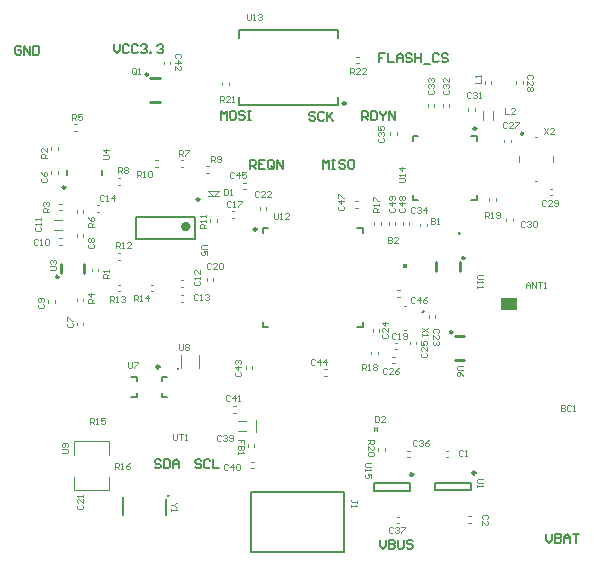
<source format=gto>
%FSLAX24Y24*%
%MOIN*%
G70*
G01*
G75*
G04 Layer_Color=65535*
%ADD10C,0.0100*%
%ADD11C,0.0197*%
%ADD12C,0.0197*%
%ADD13C,0.0394*%
%ADD14R,0.0453X0.0551*%
%ADD15R,0.0374X0.0335*%
%ADD16R,0.0217X0.0512*%
%ADD17R,0.1417X0.1417*%
%ADD18O,0.0295X0.0079*%
%ADD19O,0.0079X0.0295*%
%ADD20O,0.0315X0.0157*%
%ADD21R,0.2362X0.1890*%
%ADD22R,0.2598X0.2598*%
%ADD23O,0.0079X0.0315*%
%ADD24O,0.0315X0.0079*%
%ADD25R,0.0157X0.0335*%
%ADD26R,0.0118X0.0193*%
%ADD27R,0.0118X0.0209*%
%ADD28O,0.0098X0.0276*%
%ADD29O,0.0276X0.0098*%
%ADD30R,0.0335X0.0157*%
%ADD31O,0.0217X0.0866*%
%ADD32O,0.0177X0.0532*%
%ADD33R,0.0217X0.0394*%
%ADD34R,0.0157X0.0236*%
%ADD35R,0.0236X0.0157*%
%ADD36R,0.0354X0.0276*%
%ADD37R,0.0354X0.0197*%
%ADD38R,0.0630X0.0551*%
%ADD39R,0.0748X0.0630*%
%ADD40R,0.0157X0.0532*%
%ADD41R,0.0197X0.0354*%
%ADD42R,0.1339X0.0591*%
%ADD43R,0.1378X0.0394*%
%ADD44R,0.0138X0.0394*%
%ADD45R,0.0217X0.0098*%
%ADD46R,0.1024X0.0591*%
%ADD47R,0.0197X0.0315*%
G04:AMPARAMS|DCode=48|XSize=63mil|YSize=98.4mil|CornerRadius=15.7mil|HoleSize=0mil|Usage=FLASHONLY|Rotation=270.000|XOffset=0mil|YOffset=0mil|HoleType=Round|Shape=RoundedRectangle|*
%AMROUNDEDRECTD48*
21,1,0.0630,0.0669,0,0,270.0*
21,1,0.0315,0.0984,0,0,270.0*
1,1,0.0315,-0.0335,-0.0157*
1,1,0.0315,-0.0335,0.0157*
1,1,0.0315,0.0335,0.0157*
1,1,0.0315,0.0335,-0.0157*
%
%ADD48ROUNDEDRECTD48*%
G04:AMPARAMS|DCode=49|XSize=33.5mil|YSize=17.7mil|CornerRadius=4.4mil|HoleSize=0mil|Usage=FLASHONLY|Rotation=270.000|XOffset=0mil|YOffset=0mil|HoleType=Round|Shape=RoundedRectangle|*
%AMROUNDEDRECTD49*
21,1,0.0335,0.0089,0,0,270.0*
21,1,0.0246,0.0177,0,0,270.0*
1,1,0.0089,-0.0044,-0.0123*
1,1,0.0089,-0.0044,0.0123*
1,1,0.0089,0.0044,0.0123*
1,1,0.0089,0.0044,-0.0123*
%
%ADD49ROUNDEDRECTD49*%
%ADD50C,0.0200*%
%ADD51C,0.0150*%
%ADD52C,0.0661*%
%ADD53C,0.0591*%
%ADD54C,0.0591*%
%ADD55C,0.1260*%
%ADD56C,0.0630*%
%ADD57C,0.0270*%
%ADD58C,0.0340*%
%ADD59C,0.0290*%
%ADD60C,0.0300*%
%ADD61R,0.0276X0.0354*%
%ADD62O,0.0315X0.0098*%
%ADD63O,0.0098X0.0315*%
%ADD64R,0.1299X0.1299*%
%ADD65R,0.0591X0.0236*%
%ADD66C,0.0098*%
%ADD67C,0.0157*%
%ADD68C,0.0039*%
%ADD69C,0.0079*%
%ADD70C,0.0047*%
%ADD71C,0.0050*%
%ADD72C,0.0040*%
%ADD73C,0.0060*%
%ADD74R,0.0148X0.0177*%
%ADD75R,0.0551X0.0433*%
D10*
X55959Y28746D02*
G03*
X55959Y28746I-31J0D01*
G01*
X52642Y22817D02*
G03*
X52642Y22817I-22J0D01*
G01*
X54009Y24600D02*
G03*
X54009Y24600I-39J0D01*
G01*
X44466Y20904D02*
G03*
X44466Y20904I-10J0D01*
G01*
X53610Y22122D02*
G03*
X53610Y22122I-39J0D01*
G01*
X40478Y23974D02*
G03*
X40478Y23974I-39J0D01*
G01*
X43464Y30712D02*
G03*
X43464Y30712I-39J0D01*
G01*
X53836Y25426D02*
G03*
X53836Y25426I-14J0D01*
G01*
X44136Y16674D02*
G03*
X44136Y16674I-14J0D01*
G01*
X53065Y24167D02*
Y24481D01*
X53852Y24167D02*
Y24481D01*
X53689Y21216D02*
X54003D01*
X53689Y22004D02*
X54003D01*
X41344Y24093D02*
Y24407D01*
X40556Y24093D02*
Y24407D01*
X43543Y30594D02*
X43857D01*
X43543Y29806D02*
X43857D01*
D66*
X52299Y17383D02*
G03*
X52299Y17383I-49J0D01*
G01*
X54403Y28919D02*
G03*
X54403Y28919I-49J0D01*
G01*
X50050Y29749D02*
G03*
X50050Y29749I-49J0D01*
G01*
X47080Y25554D02*
G03*
X47080Y25554I-49J0D01*
G01*
X43844Y20969D02*
G03*
X43844Y20969I-49J0D01*
G01*
X45174Y26555D02*
G03*
X45174Y26555I-49J0D01*
G01*
X40710Y26958D02*
G03*
X40710Y26958I-49J0D01*
G01*
X54378Y17442D02*
G03*
X54378Y17442I-49J0D01*
G01*
D67*
X44798Y25649D02*
G03*
X44798Y25649I-79J0D01*
G01*
D68*
X56370Y28638D02*
X56430D01*
X55829Y27802D02*
Y27998D01*
X56971Y27802D02*
Y27998D01*
X56370Y27162D02*
X56430D01*
X51981Y23013D02*
X52059D01*
X51981Y22187D02*
X52059D01*
X50411Y31308D02*
X50489D01*
X50411Y31092D02*
X50489D01*
X46158Y30361D02*
Y30439D01*
X45942Y30361D02*
Y30439D01*
X51142Y18181D02*
Y18259D01*
X51358Y18181D02*
Y18259D01*
X54842Y26511D02*
Y26589D01*
X55058Y26511D02*
Y26589D01*
X50902Y21391D02*
Y21469D01*
X51118Y21391D02*
Y21469D01*
X51218Y25711D02*
Y25789D01*
X51002Y25711D02*
Y25789D01*
X43561Y23492D02*
X43639D01*
X43561Y23708D02*
X43639D01*
X42461D02*
X42539D01*
X42461Y23492D02*
X42539D01*
X42461Y24542D02*
X42539D01*
X42461Y24758D02*
X42539D01*
X45542Y25811D02*
Y25889D01*
X45758Y25811D02*
Y25889D01*
X43711Y27858D02*
X43789D01*
X43711Y27642D02*
X43789D01*
X45411Y27442D02*
X45489D01*
X45411Y27658D02*
X45489D01*
X42461Y27042D02*
X42539D01*
X42461Y27258D02*
X42539D01*
X44561Y27642D02*
X44639D01*
X44561Y27858D02*
X44639D01*
X41308Y26111D02*
Y26189D01*
X41092Y26111D02*
Y26189D01*
X41011Y29058D02*
X41089D01*
X41011Y28842D02*
X41089D01*
X41308Y23161D02*
Y23239D01*
X41092Y23161D02*
Y23239D01*
X40511Y26192D02*
X40589D01*
X40511Y26408D02*
X40589D01*
X40458Y28211D02*
Y28289D01*
X40242Y28211D02*
Y28289D01*
X41808Y24161D02*
Y24239D01*
X41592Y24161D02*
Y24239D01*
X54967Y29212D02*
Y29488D01*
X54623Y29212D02*
Y29488D01*
X54692Y30411D02*
Y30489D01*
X54908Y30411D02*
Y30489D01*
X46792Y18311D02*
Y18389D01*
X47008Y18311D02*
Y18389D01*
X51011Y18831D02*
Y18969D01*
Y18831D02*
X51080Y18900D01*
X51011Y18969D02*
X51080Y18900D01*
X51109Y18831D02*
Y18969D01*
X45650Y26671D02*
X45817Y26839D01*
X45473D02*
X45817D01*
X45473D02*
X45640Y26671D01*
X45473D02*
X45817D01*
X43992Y31061D02*
Y31139D01*
X44208Y31061D02*
Y31139D01*
X46311Y19658D02*
X46389D01*
X46311Y19442D02*
X46389D01*
X46911Y17808D02*
X46989D01*
X46911Y17592D02*
X46989D01*
X47050Y18800D02*
Y19200D01*
X46462Y18833D02*
X46738D01*
X46462Y19177D02*
X46738D01*
X51761Y15978D02*
X51839D01*
X51761Y15762D02*
X51839D01*
X52111Y17962D02*
X52189D01*
X52111Y18178D02*
X52189D01*
X51748Y28711D02*
Y28789D01*
X51532Y28711D02*
Y28789D01*
X52542Y25661D02*
Y25739D01*
X52758Y25661D02*
Y25739D01*
X52998Y29641D02*
Y29719D01*
X52782Y29641D02*
Y29719D01*
X53498Y29641D02*
Y29719D01*
X53282Y29641D02*
Y29719D01*
X54358Y29511D02*
Y29589D01*
X54142Y29511D02*
Y29589D01*
X55402Y25821D02*
Y25899D01*
X55618Y25821D02*
Y25899D01*
X56861Y26908D02*
X56939D01*
X56861Y26692D02*
X56939D01*
X55742Y30411D02*
Y30489D01*
X55958Y30411D02*
Y30489D01*
X55558Y28461D02*
Y28539D01*
X55342Y28461D02*
Y28539D01*
X51601Y21092D02*
X51679D01*
X51601Y21308D02*
X51679D01*
X52408Y21721D02*
Y21799D01*
X52192Y21721D02*
Y21799D01*
X50952Y22151D02*
Y22229D01*
X51168Y22151D02*
Y22229D01*
X52812Y22610D02*
Y22689D01*
X53028Y22610D02*
Y22689D01*
X47408Y26211D02*
Y26289D01*
X47192Y26211D02*
Y26289D01*
X46261Y25942D02*
X46339D01*
X46261Y26158D02*
X46339D01*
X41761Y26142D02*
X41839D01*
X41761Y26358D02*
X41839D01*
X44561Y23358D02*
X44639D01*
X44561Y23142D02*
X44639D01*
X44561Y23858D02*
X44639D01*
X44561Y23642D02*
X44639D01*
X40312Y25533D02*
X40588D01*
X40312Y25877D02*
X40588D01*
X40511Y25258D02*
X40589D01*
X40511Y25042D02*
X40589D01*
X40142Y23111D02*
Y23189D01*
X40358Y23111D02*
Y23189D01*
X41308Y25311D02*
Y25389D01*
X41092Y25311D02*
Y25389D01*
X41308Y22361D02*
Y22439D01*
X41092Y22361D02*
Y22439D01*
X40458Y27411D02*
Y27489D01*
X40242Y27411D02*
Y27489D01*
X54141Y15782D02*
X54219D01*
X54141Y15998D02*
X54219D01*
X53391Y17962D02*
X53469D01*
X53391Y18178D02*
X53469D01*
X42177Y16873D02*
Y17316D01*
X40996Y16873D02*
Y17316D01*
Y18044D02*
Y18487D01*
X42177Y18044D02*
Y18487D01*
X40996Y16873D02*
X42177D01*
X40996Y18487D02*
X42177D01*
X51482Y25711D02*
Y25789D01*
X51698Y25711D02*
Y25789D01*
X51962Y25711D02*
Y25789D01*
X52178Y25711D02*
Y25789D01*
X51691Y21778D02*
X51769D01*
X51691Y21562D02*
X51769D01*
X45422Y23841D02*
Y23919D01*
X45638Y23841D02*
Y23919D01*
X46928Y20908D02*
Y20987D01*
X46712Y20908D02*
Y20987D01*
X49341Y20682D02*
X49419D01*
X49341Y20898D02*
X49419D01*
X46641Y26892D02*
X46719D01*
X46641Y27108D02*
X46719D01*
X51771Y23518D02*
X51849D01*
X51771Y23302D02*
X51849D01*
X50367Y26488D02*
X50446D01*
X50367Y26272D02*
X50446D01*
D69*
X52210Y16832D02*
Y17108D01*
X50990Y16832D02*
Y17108D01*
X52210D01*
X50990Y16832D02*
X52210D01*
X52287Y28486D02*
Y28663D01*
X52464D01*
X52287Y26537D02*
Y26714D01*
Y26537D02*
X52464D01*
X54236D02*
X54413D01*
Y26714D01*
Y28486D02*
Y28663D01*
X54236D02*
X54413D01*
X46496Y29690D02*
X48164D01*
X46496D02*
Y29964D01*
Y31936D02*
Y32210D01*
X48164D01*
X48136D02*
X49804D01*
Y31936D02*
Y32210D01*
X48136Y29690D02*
X49804D01*
Y29964D01*
X47287Y22287D02*
X47474D01*
X47287D02*
Y22474D01*
X50426Y22287D02*
X50613D01*
Y22474D01*
Y25426D02*
Y25613D01*
X50426D02*
X50613D01*
X47287D02*
X47474D01*
X47287Y25426D02*
Y25613D01*
X43913Y20635D02*
X44100D01*
X43913Y20507D02*
Y20635D01*
Y19965D02*
Y20093D01*
Y19965D02*
X44100D01*
X42900D02*
X43087D01*
Y20093D01*
Y20507D02*
Y20635D01*
X42900D02*
X43087D01*
X43066Y25964D02*
X45034D01*
X43066Y25236D02*
X45034D01*
Y25964D01*
X43066Y25236D02*
Y25964D01*
X40759Y27381D02*
Y27519D01*
X41941Y27381D02*
Y27519D01*
X54221Y16852D02*
Y17088D01*
X53039Y16852D02*
Y17088D01*
X54221D01*
X53039Y16852D02*
X54221D01*
D70*
X45155Y20924D02*
Y21376D01*
X44545Y20924D02*
Y21376D01*
D71*
X46885Y14809D02*
X49995D01*
Y16797D01*
X46885Y14809D02*
Y16787D01*
X46895Y16797D02*
X49995D01*
X46885Y16787D02*
X46895Y16797D01*
X42642Y16035D02*
Y16625D01*
X44078Y16035D02*
Y16576D01*
D72*
X44300Y18750D02*
Y18583D01*
X44333Y18550D01*
X44400D01*
X44433Y18583D01*
Y18750D01*
X44500D02*
X44633D01*
X44567D01*
Y18550D01*
X44700D02*
X44767D01*
X44733D01*
Y18750D01*
X44700Y18717D01*
X56054Y23590D02*
Y23723D01*
X56120Y23790D01*
X56187Y23723D01*
Y23590D01*
Y23690D01*
X56054D01*
X56254Y23590D02*
Y23790D01*
X56387Y23590D01*
Y23790D01*
X56454D02*
X56587D01*
X56520D01*
Y23590D01*
X56654D02*
X56720D01*
X56687D01*
Y23790D01*
X56654Y23757D01*
X52910Y25940D02*
Y25740D01*
X53010D01*
X53043Y25773D01*
Y25807D01*
X53010Y25840D01*
X52910D01*
X53010D01*
X53043Y25873D01*
Y25907D01*
X53010Y25940D01*
X52910D01*
X53110Y25740D02*
X53177D01*
X53143D01*
Y25940D01*
X53110Y25907D01*
X53963Y18157D02*
X53930Y18190D01*
X53863D01*
X53830Y18157D01*
Y18023D01*
X53863Y17990D01*
X53930D01*
X53963Y18023D01*
X54030Y17990D02*
X54097D01*
X54063D01*
Y18190D01*
X54030Y18157D01*
X54757Y15907D02*
X54790Y15940D01*
Y16007D01*
X54757Y16040D01*
X54623D01*
X54590Y16007D01*
Y15940D01*
X54623Y15907D01*
X54590Y15707D02*
Y15840D01*
X54723Y15707D01*
X54757D01*
X54790Y15740D01*
Y15807D01*
X54757Y15840D01*
X39933Y27283D02*
X39900Y27250D01*
Y27183D01*
X39933Y27150D01*
X40067D01*
X40100Y27183D01*
Y27250D01*
X40067Y27283D01*
X39900Y27483D02*
X39933Y27417D01*
X40000Y27350D01*
X40067D01*
X40100Y27383D01*
Y27450D01*
X40067Y27483D01*
X40033D01*
X40000Y27450D01*
Y27350D01*
X40783Y22433D02*
X40750Y22400D01*
Y22333D01*
X40783Y22300D01*
X40917D01*
X40950Y22333D01*
Y22400D01*
X40917Y22433D01*
X40750Y22500D02*
Y22633D01*
X40783D01*
X40917Y22500D01*
X40950D01*
X41483Y25083D02*
X41450Y25050D01*
Y24983D01*
X41483Y24950D01*
X41617D01*
X41650Y24983D01*
Y25050D01*
X41617Y25083D01*
X41483Y25150D02*
X41450Y25183D01*
Y25250D01*
X41483Y25283D01*
X41517D01*
X41550Y25250D01*
X41583Y25283D01*
X41617D01*
X41650Y25250D01*
Y25183D01*
X41617Y25150D01*
X41583D01*
X41550Y25183D01*
X41517Y25150D01*
X41483D01*
X41550Y25183D02*
Y25250D01*
X39833Y23083D02*
X39800Y23050D01*
Y22983D01*
X39833Y22950D01*
X39967D01*
X40000Y22983D01*
Y23050D01*
X39967Y23083D01*
Y23150D02*
X40000Y23183D01*
Y23250D01*
X39967Y23283D01*
X39833D01*
X39800Y23250D01*
Y23183D01*
X39833Y23150D01*
X39867D01*
X39900Y23183D01*
Y23283D01*
X39783Y25217D02*
X39750Y25250D01*
X39683D01*
X39650Y25217D01*
Y25083D01*
X39683Y25050D01*
X39750D01*
X39783Y25083D01*
X39850Y25050D02*
X39917D01*
X39883D01*
Y25250D01*
X39850Y25217D01*
X40017D02*
X40050Y25250D01*
X40117D01*
X40150Y25217D01*
Y25083D01*
X40117Y25050D01*
X40050D01*
X40017Y25083D01*
Y25217D01*
X39733Y25633D02*
X39700Y25600D01*
Y25533D01*
X39733Y25500D01*
X39867D01*
X39900Y25533D01*
Y25600D01*
X39867Y25633D01*
X39900Y25700D02*
Y25767D01*
Y25733D01*
X39700D01*
X39733Y25700D01*
X39900Y25867D02*
Y25933D01*
Y25900D01*
X39700D01*
X39733Y25867D01*
X45023Y23833D02*
X44990Y23800D01*
Y23733D01*
X45023Y23700D01*
X45157D01*
X45190Y23733D01*
Y23800D01*
X45157Y23833D01*
X45190Y23900D02*
Y23967D01*
Y23933D01*
X44990D01*
X45023Y23900D01*
X45190Y24200D02*
Y24067D01*
X45057Y24200D01*
X45023D01*
X44990Y24167D01*
Y24100D01*
X45023Y24067D01*
X45133Y23377D02*
X45100Y23410D01*
X45033D01*
X45000Y23377D01*
Y23243D01*
X45033Y23210D01*
X45100D01*
X45133Y23243D01*
X45200Y23210D02*
X45267D01*
X45233D01*
Y23410D01*
X45200Y23377D01*
X45367D02*
X45400Y23410D01*
X45467D01*
X45500Y23377D01*
Y23343D01*
X45467Y23310D01*
X45433D01*
X45467D01*
X45500Y23277D01*
Y23243D01*
X45467Y23210D01*
X45400D01*
X45367Y23243D01*
X41983Y26667D02*
X41950Y26700D01*
X41883D01*
X41850Y26667D01*
Y26533D01*
X41883Y26500D01*
X41950D01*
X41983Y26533D01*
X42050Y26500D02*
X42117D01*
X42083D01*
Y26700D01*
X42050Y26667D01*
X42317Y26500D02*
Y26700D01*
X42217Y26600D01*
X42350D01*
X46233Y26467D02*
X46200Y26500D01*
X46133D01*
X46100Y26467D01*
Y26333D01*
X46133Y26300D01*
X46200D01*
X46233Y26333D01*
X46300Y26300D02*
X46367D01*
X46333D01*
Y26500D01*
X46300Y26467D01*
X46467Y26500D02*
X46600D01*
Y26467D01*
X46467Y26333D01*
Y26300D01*
X41130Y16383D02*
X41096Y16350D01*
Y16283D01*
X41130Y16250D01*
X41263D01*
X41296Y16283D01*
Y16350D01*
X41263Y16383D01*
X41296Y16583D02*
Y16450D01*
X41163Y16583D01*
X41130D01*
X41096Y16550D01*
Y16483D01*
X41130Y16450D01*
X41296Y16650D02*
Y16717D01*
Y16683D01*
X41096D01*
X41130Y16650D01*
X47163Y26797D02*
X47130Y26830D01*
X47063D01*
X47030Y26797D01*
Y26663D01*
X47063Y26630D01*
X47130D01*
X47163Y26663D01*
X47363Y26630D02*
X47230D01*
X47363Y26763D01*
Y26797D01*
X47330Y26830D01*
X47263D01*
X47230Y26797D01*
X47563Y26630D02*
X47430D01*
X47563Y26763D01*
Y26797D01*
X47530Y26830D01*
X47463D01*
X47430Y26797D01*
X53127Y22117D02*
X53160Y22150D01*
Y22217D01*
X53127Y22250D01*
X52993D01*
X52960Y22217D01*
Y22150D01*
X52993Y22117D01*
X52960Y21917D02*
Y22050D01*
X53093Y21917D01*
X53127D01*
X53160Y21950D01*
Y22017D01*
X53127Y22050D01*
Y21850D02*
X53160Y21817D01*
Y21750D01*
X53127Y21717D01*
X53093D01*
X53060Y21750D01*
Y21783D01*
Y21750D01*
X53027Y21717D01*
X52993D01*
X52960Y21750D01*
Y21817D01*
X52993Y21850D01*
X51303Y22073D02*
X51270Y22040D01*
Y21973D01*
X51303Y21940D01*
X51437D01*
X51470Y21973D01*
Y22040D01*
X51437Y22073D01*
X51470Y22273D02*
Y22140D01*
X51337Y22273D01*
X51303D01*
X51270Y22240D01*
Y22173D01*
X51303Y22140D01*
X51470Y22440D02*
X51270D01*
X51370Y22340D01*
Y22473D01*
X52583Y21433D02*
X52550Y21400D01*
Y21333D01*
X52583Y21300D01*
X52717D01*
X52750Y21333D01*
Y21400D01*
X52717Y21433D01*
X52750Y21633D02*
Y21500D01*
X52617Y21633D01*
X52583D01*
X52550Y21600D01*
Y21533D01*
X52583Y21500D01*
X52550Y21833D02*
Y21700D01*
X52650D01*
X52617Y21767D01*
Y21800D01*
X52650Y21833D01*
X52717D01*
X52750Y21800D01*
Y21733D01*
X52717Y21700D01*
X51433Y20917D02*
X51400Y20950D01*
X51333D01*
X51300Y20917D01*
Y20783D01*
X51333Y20750D01*
X51400D01*
X51433Y20783D01*
X51633Y20750D02*
X51500D01*
X51633Y20883D01*
Y20917D01*
X51600Y20950D01*
X51533D01*
X51500Y20917D01*
X51833Y20950D02*
X51767Y20917D01*
X51700Y20850D01*
Y20783D01*
X51733Y20750D01*
X51800D01*
X51833Y20783D01*
Y20817D01*
X51800Y20850D01*
X51700D01*
X55433Y29117D02*
X55400Y29150D01*
X55333D01*
X55300Y29117D01*
Y28983D01*
X55333Y28950D01*
X55400D01*
X55433Y28983D01*
X55633Y28950D02*
X55500D01*
X55633Y29083D01*
Y29117D01*
X55600Y29150D01*
X55533D01*
X55500Y29117D01*
X55700Y29150D02*
X55833D01*
Y29117D01*
X55700Y28983D01*
Y28950D01*
X56267Y30567D02*
X56300Y30600D01*
Y30667D01*
X56267Y30700D01*
X56133D01*
X56100Y30667D01*
Y30600D01*
X56133Y30567D01*
X56100Y30367D02*
Y30500D01*
X56233Y30367D01*
X56267D01*
X56300Y30400D01*
Y30467D01*
X56267Y30500D01*
Y30300D02*
X56300Y30267D01*
Y30200D01*
X56267Y30167D01*
X56233D01*
X56200Y30200D01*
X56167Y30167D01*
X56133D01*
X56100Y30200D01*
Y30267D01*
X56133Y30300D01*
X56167D01*
X56200Y30267D01*
X56233Y30300D01*
X56267D01*
X56200Y30267D02*
Y30200D01*
X56733Y26507D02*
X56700Y26540D01*
X56633D01*
X56600Y26507D01*
Y26373D01*
X56633Y26340D01*
X56700D01*
X56733Y26373D01*
X56933Y26340D02*
X56800D01*
X56933Y26473D01*
Y26507D01*
X56900Y26540D01*
X56833D01*
X56800Y26507D01*
X57000Y26373D02*
X57033Y26340D01*
X57100D01*
X57133Y26373D01*
Y26507D01*
X57100Y26540D01*
X57033D01*
X57000Y26507D01*
Y26473D01*
X57033Y26440D01*
X57133D01*
X56023Y25797D02*
X55990Y25830D01*
X55923D01*
X55890Y25797D01*
Y25663D01*
X55923Y25630D01*
X55990D01*
X56023Y25663D01*
X56090Y25797D02*
X56123Y25830D01*
X56190D01*
X56223Y25797D01*
Y25763D01*
X56190Y25730D01*
X56157D01*
X56190D01*
X56223Y25697D01*
Y25663D01*
X56190Y25630D01*
X56123D01*
X56090Y25663D01*
X56290Y25797D02*
X56323Y25830D01*
X56390D01*
X56423Y25797D01*
Y25663D01*
X56390Y25630D01*
X56323D01*
X56290Y25663D01*
Y25797D01*
X54233Y30117D02*
X54200Y30150D01*
X54133D01*
X54100Y30117D01*
Y29983D01*
X54133Y29950D01*
X54200D01*
X54233Y29983D01*
X54300Y30117D02*
X54333Y30150D01*
X54400D01*
X54433Y30117D01*
Y30083D01*
X54400Y30050D01*
X54367D01*
X54400D01*
X54433Y30017D01*
Y29983D01*
X54400Y29950D01*
X54333D01*
X54300Y29983D01*
X54500Y29950D02*
X54567D01*
X54533D01*
Y30150D01*
X54500Y30117D01*
X53323Y30213D02*
X53290Y30180D01*
Y30113D01*
X53323Y30080D01*
X53457D01*
X53490Y30113D01*
Y30180D01*
X53457Y30213D01*
X53323Y30280D02*
X53290Y30313D01*
Y30380D01*
X53323Y30413D01*
X53357D01*
X53390Y30380D01*
Y30347D01*
Y30380D01*
X53423Y30413D01*
X53457D01*
X53490Y30380D01*
Y30313D01*
X53457Y30280D01*
X53490Y30613D02*
Y30480D01*
X53357Y30613D01*
X53323D01*
X53290Y30580D01*
Y30513D01*
X53323Y30480D01*
X52823Y30213D02*
X52790Y30180D01*
Y30113D01*
X52823Y30080D01*
X52957D01*
X52990Y30113D01*
Y30180D01*
X52957Y30213D01*
X52823Y30280D02*
X52790Y30313D01*
Y30380D01*
X52823Y30413D01*
X52857D01*
X52890Y30380D01*
Y30347D01*
Y30380D01*
X52923Y30413D01*
X52957D01*
X52990Y30380D01*
Y30313D01*
X52957Y30280D01*
X52823Y30480D02*
X52790Y30513D01*
Y30580D01*
X52823Y30613D01*
X52857D01*
X52890Y30580D01*
Y30547D01*
Y30580D01*
X52923Y30613D01*
X52957D01*
X52990Y30580D01*
Y30513D01*
X52957Y30480D01*
X52373Y26277D02*
X52340Y26310D01*
X52273D01*
X52240Y26277D01*
Y26143D01*
X52273Y26110D01*
X52340D01*
X52373Y26143D01*
X52440Y26277D02*
X52473Y26310D01*
X52540D01*
X52573Y26277D01*
Y26243D01*
X52540Y26210D01*
X52507D01*
X52540D01*
X52573Y26177D01*
Y26143D01*
X52540Y26110D01*
X52473D01*
X52440Y26143D01*
X52740Y26110D02*
Y26310D01*
X52640Y26210D01*
X52773D01*
X51173Y28613D02*
X51140Y28580D01*
Y28513D01*
X51173Y28480D01*
X51307D01*
X51340Y28513D01*
Y28580D01*
X51307Y28613D01*
X51173Y28680D02*
X51140Y28713D01*
Y28780D01*
X51173Y28813D01*
X51207D01*
X51240Y28780D01*
Y28747D01*
Y28780D01*
X51273Y28813D01*
X51307D01*
X51340Y28780D01*
Y28713D01*
X51307Y28680D01*
X51140Y29013D02*
Y28880D01*
X51240D01*
X51207Y28947D01*
Y28980D01*
X51240Y29013D01*
X51307D01*
X51340Y28980D01*
Y28913D01*
X51307Y28880D01*
X52423Y18497D02*
X52390Y18530D01*
X52323D01*
X52290Y18497D01*
Y18363D01*
X52323Y18330D01*
X52390D01*
X52423Y18363D01*
X52490Y18497D02*
X52523Y18530D01*
X52590D01*
X52623Y18497D01*
Y18463D01*
X52590Y18430D01*
X52557D01*
X52590D01*
X52623Y18397D01*
Y18363D01*
X52590Y18330D01*
X52523D01*
X52490Y18363D01*
X52823Y18530D02*
X52757Y18497D01*
X52690Y18430D01*
Y18363D01*
X52723Y18330D01*
X52790D01*
X52823Y18363D01*
Y18397D01*
X52790Y18430D01*
X52690D01*
X51643Y15587D02*
X51610Y15620D01*
X51543D01*
X51510Y15587D01*
Y15453D01*
X51543Y15420D01*
X51610D01*
X51643Y15453D01*
X51710Y15587D02*
X51743Y15620D01*
X51810D01*
X51843Y15587D01*
Y15553D01*
X51810Y15520D01*
X51777D01*
X51810D01*
X51843Y15487D01*
Y15453D01*
X51810Y15420D01*
X51743D01*
X51710Y15453D01*
X51910Y15620D02*
X52043D01*
Y15587D01*
X51910Y15453D01*
Y15420D01*
X45903Y18677D02*
X45870Y18710D01*
X45803D01*
X45770Y18677D01*
Y18543D01*
X45803Y18510D01*
X45870D01*
X45903Y18543D01*
X45970Y18677D02*
X46003Y18710D01*
X46070D01*
X46103Y18677D01*
Y18643D01*
X46070Y18610D01*
X46037D01*
X46070D01*
X46103Y18577D01*
Y18543D01*
X46070Y18510D01*
X46003D01*
X45970Y18543D01*
X46170D02*
X46203Y18510D01*
X46270D01*
X46303Y18543D01*
Y18677D01*
X46270Y18710D01*
X46203D01*
X46170Y18677D01*
Y18643D01*
X46203Y18610D01*
X46303D01*
X46133Y17717D02*
X46100Y17750D01*
X46033D01*
X46000Y17717D01*
Y17583D01*
X46033Y17550D01*
X46100D01*
X46133Y17583D01*
X46300Y17550D02*
Y17750D01*
X46200Y17650D01*
X46333D01*
X46400Y17717D02*
X46433Y17750D01*
X46500D01*
X46533Y17717D01*
Y17583D01*
X46500Y17550D01*
X46433D01*
X46400Y17583D01*
Y17717D01*
X46193Y19997D02*
X46160Y20030D01*
X46093D01*
X46060Y19997D01*
Y19863D01*
X46093Y19830D01*
X46160D01*
X46193Y19863D01*
X46360Y19830D02*
Y20030D01*
X46260Y19930D01*
X46393D01*
X46460Y19830D02*
X46527D01*
X46493D01*
Y20030D01*
X46460Y19997D01*
X46000Y26900D02*
Y26700D01*
X46100D01*
X46133Y26733D01*
Y26867D01*
X46100Y26900D01*
X46000D01*
X46200Y26700D02*
X46267D01*
X46233D01*
Y26900D01*
X46200Y26867D01*
X51020Y19340D02*
Y19140D01*
X51120D01*
X51153Y19173D01*
Y19307D01*
X51120Y19340D01*
X51020D01*
X51353Y19140D02*
X51220D01*
X51353Y19273D01*
Y19307D01*
X51320Y19340D01*
X51253D01*
X51220Y19307D01*
X46650Y18417D02*
Y18550D01*
X46550D01*
Y18483D01*
Y18550D01*
X46450D01*
X46650Y18350D02*
X46450D01*
Y18250D01*
X46483Y18217D01*
X46517D01*
X46550Y18250D01*
Y18350D01*
Y18250D01*
X46583Y18217D01*
X46617D01*
X46650Y18250D01*
Y18350D01*
X46450Y18150D02*
Y18083D01*
Y18117D01*
X46650D01*
X46617Y18150D01*
X50440Y16447D02*
Y16513D01*
Y16480D01*
X50273D01*
X50240Y16513D01*
Y16547D01*
X50273Y16580D01*
X50240Y16380D02*
Y16313D01*
Y16347D01*
X50440D01*
X50407Y16380D01*
X54350Y30450D02*
X54550D01*
Y30583D01*
Y30650D02*
Y30717D01*
Y30683D01*
X54350D01*
X54383Y30650D01*
X55350Y29600D02*
Y29400D01*
X55483D01*
X55683D02*
X55550D01*
X55683Y29533D01*
Y29567D01*
X55650Y29600D01*
X55583D01*
X55550Y29567D01*
X42150Y23950D02*
X41950D01*
Y24050D01*
X41983Y24083D01*
X42050D01*
X42083Y24050D01*
Y23950D01*
Y24017D02*
X42150Y24083D01*
Y24150D02*
Y24217D01*
Y24183D01*
X41950D01*
X41983Y24150D01*
X40100Y27950D02*
X39900D01*
Y28050D01*
X39933Y28083D01*
X40000D01*
X40033Y28050D01*
Y27950D01*
Y28017D02*
X40100Y28083D01*
Y28283D02*
Y28150D01*
X39967Y28283D01*
X39933D01*
X39900Y28250D01*
Y28183D01*
X39933Y28150D01*
X40150Y26150D02*
X39950D01*
Y26250D01*
X39983Y26283D01*
X40050D01*
X40083Y26250D01*
Y26150D01*
Y26217D02*
X40150Y26283D01*
X39983Y26350D02*
X39950Y26383D01*
Y26450D01*
X39983Y26483D01*
X40017D01*
X40050Y26450D01*
Y26417D01*
Y26450D01*
X40083Y26483D01*
X40117D01*
X40150Y26450D01*
Y26383D01*
X40117Y26350D01*
X41650Y23100D02*
X41450D01*
Y23200D01*
X41483Y23233D01*
X41550D01*
X41583Y23200D01*
Y23100D01*
Y23167D02*
X41650Y23233D01*
Y23400D02*
X41450D01*
X41550Y23300D01*
Y23433D01*
X40930Y29210D02*
Y29410D01*
X41030D01*
X41063Y29377D01*
Y29310D01*
X41030Y29277D01*
X40930D01*
X40997D02*
X41063Y29210D01*
X41263Y29410D02*
X41130D01*
Y29310D01*
X41197Y29343D01*
X41230D01*
X41263Y29310D01*
Y29243D01*
X41230Y29210D01*
X41163D01*
X41130Y29243D01*
X41650Y25650D02*
X41450D01*
Y25750D01*
X41483Y25783D01*
X41550D01*
X41583Y25750D01*
Y25650D01*
Y25717D02*
X41650Y25783D01*
X41450Y25983D02*
X41483Y25917D01*
X41550Y25850D01*
X41617D01*
X41650Y25883D01*
Y25950D01*
X41617Y25983D01*
X41583D01*
X41550Y25950D01*
Y25850D01*
X44500Y28000D02*
Y28200D01*
X44600D01*
X44633Y28167D01*
Y28100D01*
X44600Y28067D01*
X44500D01*
X44567D02*
X44633Y28000D01*
X44700Y28200D02*
X44833D01*
Y28167D01*
X44700Y28033D01*
Y28000D01*
X42450Y27450D02*
Y27650D01*
X42550D01*
X42583Y27617D01*
Y27550D01*
X42550Y27517D01*
X42450D01*
X42517D02*
X42583Y27450D01*
X42650Y27617D02*
X42683Y27650D01*
X42750D01*
X42783Y27617D01*
Y27583D01*
X42750Y27550D01*
X42783Y27517D01*
Y27483D01*
X42750Y27450D01*
X42683D01*
X42650Y27483D01*
Y27517D01*
X42683Y27550D01*
X42650Y27583D01*
Y27617D01*
X42683Y27550D02*
X42750D01*
X45550Y27800D02*
Y28000D01*
X45650D01*
X45683Y27967D01*
Y27900D01*
X45650Y27867D01*
X45550D01*
X45617D02*
X45683Y27800D01*
X45750Y27833D02*
X45783Y27800D01*
X45850D01*
X45883Y27833D01*
Y27967D01*
X45850Y28000D01*
X45783D01*
X45750Y27967D01*
Y27933D01*
X45783Y27900D01*
X45883D01*
X43100Y27300D02*
Y27500D01*
X43200D01*
X43233Y27467D01*
Y27400D01*
X43200Y27367D01*
X43100D01*
X43167D02*
X43233Y27300D01*
X43300D02*
X43367D01*
X43333D01*
Y27500D01*
X43300Y27467D01*
X43467D02*
X43500Y27500D01*
X43567D01*
X43600Y27467D01*
Y27333D01*
X43567Y27300D01*
X43500D01*
X43467Y27333D01*
Y27467D01*
X45400Y25600D02*
X45200D01*
Y25700D01*
X45233Y25733D01*
X45300D01*
X45333Y25700D01*
Y25600D01*
Y25667D02*
X45400Y25733D01*
Y25800D02*
Y25867D01*
Y25833D01*
X45200D01*
X45233Y25800D01*
X45400Y25967D02*
Y26033D01*
Y26000D01*
X45200D01*
X45233Y25967D01*
X42400Y24950D02*
Y25150D01*
X42500D01*
X42533Y25117D01*
Y25050D01*
X42500Y25017D01*
X42400D01*
X42467D02*
X42533Y24950D01*
X42600D02*
X42667D01*
X42633D01*
Y25150D01*
X42600Y25117D01*
X42900Y24950D02*
X42767D01*
X42900Y25083D01*
Y25117D01*
X42867Y25150D01*
X42800D01*
X42767Y25117D01*
X42200Y23150D02*
Y23350D01*
X42300D01*
X42333Y23317D01*
Y23250D01*
X42300Y23217D01*
X42200D01*
X42267D02*
X42333Y23150D01*
X42400D02*
X42467D01*
X42433D01*
Y23350D01*
X42400Y23317D01*
X42567D02*
X42600Y23350D01*
X42667D01*
X42700Y23317D01*
Y23283D01*
X42667Y23250D01*
X42633D01*
X42667D01*
X42700Y23217D01*
Y23183D01*
X42667Y23150D01*
X42600D01*
X42567Y23183D01*
X43000Y23160D02*
Y23360D01*
X43100D01*
X43133Y23327D01*
Y23260D01*
X43100Y23227D01*
X43000D01*
X43067D02*
X43133Y23160D01*
X43200D02*
X43267D01*
X43233D01*
Y23360D01*
X43200Y23327D01*
X43467Y23160D02*
Y23360D01*
X43367Y23260D01*
X43500D01*
X41533Y19070D02*
Y19270D01*
X41633D01*
X41666Y19237D01*
Y19170D01*
X41633Y19137D01*
X41533D01*
X41599D02*
X41666Y19070D01*
X41733D02*
X41799D01*
X41766D01*
Y19270D01*
X41733Y19237D01*
X42033Y19270D02*
X41899D01*
Y19170D01*
X41966Y19203D01*
X41999D01*
X42033Y19170D01*
Y19103D01*
X41999Y19070D01*
X41933D01*
X41899Y19103D01*
X42350Y17570D02*
Y17770D01*
X42450D01*
X42483Y17737D01*
Y17670D01*
X42450Y17637D01*
X42350D01*
X42417D02*
X42483Y17570D01*
X42550D02*
X42617D01*
X42583D01*
Y17770D01*
X42550Y17737D01*
X42850Y17770D02*
X42783Y17737D01*
X42717Y17670D01*
Y17603D01*
X42750Y17570D01*
X42817D01*
X42850Y17603D01*
Y17637D01*
X42817Y17670D01*
X42717D01*
X51170Y26150D02*
X50970D01*
Y26250D01*
X51003Y26283D01*
X51070D01*
X51103Y26250D01*
Y26150D01*
Y26217D02*
X51170Y26283D01*
Y26350D02*
Y26417D01*
Y26383D01*
X50970D01*
X51003Y26350D01*
X50970Y26517D02*
Y26650D01*
X51003D01*
X51137Y26517D01*
X51170D01*
X50590Y20870D02*
Y21070D01*
X50690D01*
X50723Y21037D01*
Y20970D01*
X50690Y20937D01*
X50590D01*
X50657D02*
X50723Y20870D01*
X50790D02*
X50857D01*
X50823D01*
Y21070D01*
X50790Y21037D01*
X50957D02*
X50990Y21070D01*
X51057D01*
X51090Y21037D01*
Y21003D01*
X51057Y20970D01*
X51090Y20937D01*
Y20903D01*
X51057Y20870D01*
X50990D01*
X50957Y20903D01*
Y20937D01*
X50990Y20970D01*
X50957Y21003D01*
Y21037D01*
X50990Y20970D02*
X51057D01*
X54690Y25950D02*
Y26150D01*
X54790D01*
X54823Y26117D01*
Y26050D01*
X54790Y26017D01*
X54690D01*
X54757D02*
X54823Y25950D01*
X54890D02*
X54957D01*
X54923D01*
Y26150D01*
X54890Y26117D01*
X55057Y25983D02*
X55090Y25950D01*
X55157D01*
X55190Y25983D01*
Y26117D01*
X55157Y26150D01*
X55090D01*
X55057Y26117D01*
Y26083D01*
X55090Y26050D01*
X55190D01*
X50800Y18520D02*
X51000D01*
Y18420D01*
X50967Y18387D01*
X50900D01*
X50867Y18420D01*
Y18520D01*
Y18453D02*
X50800Y18387D01*
Y18187D02*
Y18320D01*
X50933Y18187D01*
X50967D01*
X51000Y18220D01*
Y18287D01*
X50967Y18320D01*
Y18120D02*
X51000Y18087D01*
Y18020D01*
X50967Y17987D01*
X50833D01*
X50800Y18020D01*
Y18087D01*
X50833Y18120D01*
X50967D01*
X54620Y17230D02*
X54453D01*
X54420Y17197D01*
Y17130D01*
X54453Y17097D01*
X54620D01*
X54420Y17030D02*
Y16963D01*
Y16997D01*
X54620D01*
X54587Y17030D01*
X40180Y24200D02*
X40347D01*
X40380Y24233D01*
Y24300D01*
X40347Y24333D01*
X40180D01*
X40213Y24400D02*
X40180Y24433D01*
Y24500D01*
X40213Y24533D01*
X40247D01*
X40280Y24500D01*
Y24467D01*
Y24500D01*
X40313Y24533D01*
X40347D01*
X40380Y24500D01*
Y24433D01*
X40347Y24400D01*
X41970Y27900D02*
X42137D01*
X42170Y27933D01*
Y28000D01*
X42137Y28033D01*
X41970D01*
X42170Y28200D02*
X41970D01*
X42070Y28100D01*
Y28233D01*
X45430Y25030D02*
X45263D01*
X45230Y24997D01*
Y24930D01*
X45263Y24897D01*
X45430D01*
Y24697D02*
Y24830D01*
X45330D01*
X45363Y24763D01*
Y24730D01*
X45330Y24697D01*
X45263D01*
X45230Y24730D01*
Y24797D01*
X45263Y24830D01*
X42780Y21140D02*
Y20973D01*
X42813Y20940D01*
X42880D01*
X42913Y20973D01*
Y21140D01*
X42980D02*
X43113D01*
Y21107D01*
X42980Y20973D01*
Y20940D01*
X44500Y21750D02*
Y21583D01*
X44533Y21550D01*
X44600D01*
X44633Y21583D01*
Y21750D01*
X44700Y21717D02*
X44733Y21750D01*
X44800D01*
X44833Y21717D01*
Y21683D01*
X44800Y21650D01*
X44833Y21617D01*
Y21583D01*
X44800Y21550D01*
X44733D01*
X44700Y21583D01*
Y21617D01*
X44733Y21650D01*
X44700Y21683D01*
Y21717D01*
X44733Y21650D02*
X44800D01*
X54640Y24030D02*
X54473D01*
X54440Y23997D01*
Y23930D01*
X54473Y23897D01*
X54640D01*
X54440Y23830D02*
Y23763D01*
Y23797D01*
X54640D01*
X54607Y23830D01*
X54440Y23663D02*
Y23597D01*
Y23630D01*
X54640D01*
X54607Y23663D01*
X47670Y26090D02*
Y25923D01*
X47703Y25890D01*
X47770D01*
X47803Y25923D01*
Y26090D01*
X47870Y25890D02*
X47937D01*
X47903D01*
Y26090D01*
X47870Y26057D01*
X48170Y25890D02*
X48037D01*
X48170Y26023D01*
Y26057D01*
X48137Y26090D01*
X48070D01*
X48037Y26057D01*
X51830Y27120D02*
X51997D01*
X52030Y27153D01*
Y27220D01*
X51997Y27253D01*
X51830D01*
X52030Y27320D02*
Y27387D01*
Y27353D01*
X51830D01*
X51863Y27320D01*
X52030Y27587D02*
X51830D01*
X51930Y27487D01*
Y27620D01*
X50900Y17780D02*
X50733D01*
X50700Y17747D01*
Y17680D01*
X50733Y17647D01*
X50900D01*
X50700Y17580D02*
Y17513D01*
Y17547D01*
X50900D01*
X50867Y17580D01*
X50900Y17280D02*
Y17413D01*
X50800D01*
X50833Y17347D01*
Y17313D01*
X50800Y17280D01*
X50733D01*
X50700Y17313D01*
Y17380D01*
X50733Y17413D01*
X52780Y22270D02*
X52580Y22137D01*
X52780D02*
X52580Y22270D01*
Y22070D02*
Y22003D01*
Y22037D01*
X52780D01*
X52747Y22070D01*
X56650Y28950D02*
X56783Y28750D01*
Y28950D02*
X56650Y28750D01*
X56983D02*
X56850D01*
X56983Y28883D01*
Y28917D01*
X56950Y28950D01*
X56883D01*
X56850Y28917D01*
X51470Y25290D02*
Y25090D01*
X51570D01*
X51603Y25123D01*
Y25157D01*
X51570Y25190D01*
X51470D01*
X51570D01*
X51603Y25223D01*
Y25257D01*
X51570Y25290D01*
X51470D01*
X51803Y25090D02*
X51670D01*
X51803Y25223D01*
Y25257D01*
X51770Y25290D01*
X51703D01*
X51670Y25257D01*
X44517Y31267D02*
X44550Y31300D01*
Y31367D01*
X44517Y31400D01*
X44383D01*
X44350Y31367D01*
Y31300D01*
X44383Y31267D01*
X44350Y31100D02*
X44550D01*
X44450Y31200D01*
Y31067D01*
X44350Y30867D02*
Y31000D01*
X44483Y30867D01*
X44517D01*
X44550Y30900D01*
Y30967D01*
X44517Y31000D01*
X43073Y30773D02*
Y30907D01*
X43040Y30940D01*
X42973D01*
X42940Y30907D01*
Y30773D01*
X42973Y30740D01*
X43040D01*
X43007Y30807D02*
X43073Y30740D01*
X43040D02*
X43073Y30773D01*
X43140Y30740D02*
X43207D01*
X43173D01*
Y30940D01*
X43140Y30907D01*
X46750Y32740D02*
Y32573D01*
X46783Y32540D01*
X46850D01*
X46883Y32573D01*
Y32740D01*
X46950Y32540D02*
X47017D01*
X46983D01*
Y32740D01*
X46950Y32707D01*
X47117D02*
X47150Y32740D01*
X47217D01*
X47250Y32707D01*
Y32673D01*
X47217Y32640D01*
X47183D01*
X47217D01*
X47250Y32607D01*
Y32573D01*
X47217Y32540D01*
X47150D01*
X47117Y32573D01*
X45850Y29800D02*
Y30000D01*
X45950D01*
X45983Y29967D01*
Y29900D01*
X45950Y29867D01*
X45850D01*
X45917D02*
X45983Y29800D01*
X46183D02*
X46050D01*
X46183Y29933D01*
Y29967D01*
X46150Y30000D01*
X46083D01*
X46050Y29967D01*
X46250Y29800D02*
X46317D01*
X46283D01*
Y30000D01*
X46250Y29967D01*
X50200Y30750D02*
Y30950D01*
X50300D01*
X50333Y30917D01*
Y30850D01*
X50300Y30817D01*
X50200D01*
X50267D02*
X50333Y30750D01*
X50533D02*
X50400D01*
X50533Y30883D01*
Y30917D01*
X50500Y30950D01*
X50433D01*
X50400Y30917D01*
X50733Y30750D02*
X50600D01*
X50733Y30883D01*
Y30917D01*
X50700Y30950D01*
X50633D01*
X50600Y30917D01*
X53970Y20990D02*
X53803D01*
X53770Y20957D01*
Y20890D01*
X53803Y20857D01*
X53970D01*
Y20657D02*
X53937Y20723D01*
X53870Y20790D01*
X53803D01*
X53770Y20757D01*
Y20690D01*
X53803Y20657D01*
X53837D01*
X53870Y20690D01*
Y20790D01*
X57240Y19700D02*
Y19500D01*
X57340D01*
X57373Y19533D01*
Y19567D01*
X57340Y19600D01*
X57240D01*
X57340D01*
X57373Y19633D01*
Y19667D01*
X57340Y19700D01*
X57240D01*
X57573Y19667D02*
X57540Y19700D01*
X57473D01*
X57440Y19667D01*
Y19533D01*
X57473Y19500D01*
X57540D01*
X57573Y19533D01*
X57640Y19500D02*
X57707D01*
X57673D01*
Y19700D01*
X57640Y19667D01*
X44430Y16440D02*
X44397D01*
X44330Y16373D01*
X44397Y16307D01*
X44430D01*
X44330Y16373D02*
X44230D01*
Y16240D02*
Y16173D01*
Y16207D01*
X44430D01*
X44397Y16240D01*
X40610Y18100D02*
X40777D01*
X40810Y18133D01*
Y18200D01*
X40777Y18233D01*
X40610D01*
X40777Y18300D02*
X40810Y18333D01*
Y18400D01*
X40777Y18433D01*
X40643D01*
X40610Y18400D01*
Y18333D01*
X40643Y18300D01*
X40677D01*
X40710Y18333D01*
Y18433D01*
X51713Y22077D02*
X51680Y22110D01*
X51613D01*
X51580Y22077D01*
Y21943D01*
X51613Y21910D01*
X51680D01*
X51713Y21943D01*
X51780Y21910D02*
X51847D01*
X51813D01*
Y22110D01*
X51780Y22077D01*
X51947Y21943D02*
X51980Y21910D01*
X52047D01*
X52080Y21943D01*
Y22077D01*
X52047Y22110D01*
X51980D01*
X51947Y22077D01*
Y22043D01*
X51980Y22010D01*
X52080D01*
X45563Y24417D02*
X45530Y24450D01*
X45463D01*
X45430Y24417D01*
Y24283D01*
X45463Y24250D01*
X45530D01*
X45563Y24283D01*
X45763Y24250D02*
X45630D01*
X45763Y24383D01*
Y24417D01*
X45730Y24450D01*
X45663D01*
X45630Y24417D01*
X45830D02*
X45863Y24450D01*
X45930D01*
X45963Y24417D01*
Y24283D01*
X45930Y24250D01*
X45863D01*
X45830Y24283D01*
Y24417D01*
X46383Y20803D02*
X46350Y20770D01*
Y20703D01*
X46383Y20670D01*
X46517D01*
X46550Y20703D01*
Y20770D01*
X46517Y20803D01*
X46550Y20970D02*
X46350D01*
X46450Y20870D01*
Y21003D01*
X46383Y21070D02*
X46350Y21103D01*
Y21170D01*
X46383Y21203D01*
X46417D01*
X46450Y21170D01*
Y21137D01*
Y21170D01*
X46483Y21203D01*
X46517D01*
X46550Y21170D01*
Y21103D01*
X46517Y21070D01*
X49013Y21207D02*
X48980Y21240D01*
X48913D01*
X48880Y21207D01*
Y21073D01*
X48913Y21040D01*
X48980D01*
X49013Y21073D01*
X49180Y21040D02*
Y21240D01*
X49080Y21140D01*
X49213D01*
X49380Y21040D02*
Y21240D01*
X49280Y21140D01*
X49413D01*
X46323Y27427D02*
X46290Y27460D01*
X46223D01*
X46190Y27427D01*
Y27293D01*
X46223Y27260D01*
X46290D01*
X46323Y27293D01*
X46490Y27260D02*
Y27460D01*
X46390Y27360D01*
X46523D01*
X46723Y27460D02*
X46590D01*
Y27360D01*
X46657Y27393D01*
X46690D01*
X46723Y27360D01*
Y27293D01*
X46690Y27260D01*
X46623D01*
X46590Y27293D01*
X52353Y23277D02*
X52320Y23310D01*
X52253D01*
X52220Y23277D01*
Y23143D01*
X52253Y23110D01*
X52320D01*
X52353Y23143D01*
X52520Y23110D02*
Y23310D01*
X52420Y23210D01*
X52553D01*
X52753Y23310D02*
X52687Y23277D01*
X52620Y23210D01*
Y23143D01*
X52653Y23110D01*
X52720D01*
X52753Y23143D01*
Y23177D01*
X52720Y23210D01*
X52620D01*
X49820Y26343D02*
X49787Y26310D01*
Y26243D01*
X49820Y26210D01*
X49953D01*
X49987Y26243D01*
Y26310D01*
X49953Y26343D01*
X49987Y26510D02*
X49787D01*
X49887Y26410D01*
Y26543D01*
X49787Y26610D02*
Y26743D01*
X49820D01*
X49953Y26610D01*
X49987D01*
X51873Y26263D02*
X51840Y26230D01*
Y26163D01*
X51873Y26130D01*
X52007D01*
X52040Y26163D01*
Y26230D01*
X52007Y26263D01*
X52040Y26430D02*
X51840D01*
X51940Y26330D01*
Y26463D01*
X51873Y26530D02*
X51840Y26563D01*
Y26630D01*
X51873Y26663D01*
X51907D01*
X51940Y26630D01*
X51973Y26663D01*
X52007D01*
X52040Y26630D01*
Y26563D01*
X52007Y26530D01*
X51973D01*
X51940Y26563D01*
X51907Y26530D01*
X51873D01*
X51940Y26563D02*
Y26630D01*
X51513Y26283D02*
X51480Y26250D01*
Y26183D01*
X51513Y26150D01*
X51647D01*
X51680Y26183D01*
Y26250D01*
X51647Y26283D01*
X51680Y26450D02*
X51480D01*
X51580Y26350D01*
Y26483D01*
X51647Y26550D02*
X51680Y26583D01*
Y26650D01*
X51647Y26683D01*
X51513D01*
X51480Y26650D01*
Y26583D01*
X51513Y26550D01*
X51547D01*
X51580Y26583D01*
Y26683D01*
D73*
X51350Y31420D02*
X51150D01*
Y31270D01*
X51250D01*
X51150D01*
Y31120D01*
X51450Y31420D02*
Y31120D01*
X51650D01*
X51750D02*
Y31320D01*
X51850Y31420D01*
X51950Y31320D01*
Y31120D01*
Y31270D01*
X51750D01*
X52250Y31370D02*
X52200Y31420D01*
X52100D01*
X52050Y31370D01*
Y31320D01*
X52100Y31270D01*
X52200D01*
X52250Y31220D01*
Y31170D01*
X52200Y31120D01*
X52100D01*
X52050Y31170D01*
X52350Y31420D02*
Y31120D01*
Y31270D01*
X52550D01*
Y31420D01*
Y31120D01*
X52650Y31070D02*
X52849D01*
X53149Y31370D02*
X53099Y31420D01*
X52999D01*
X52949Y31370D01*
Y31170D01*
X52999Y31120D01*
X53099D01*
X53149Y31170D01*
X53449Y31370D02*
X53399Y31420D01*
X53299D01*
X53249Y31370D01*
Y31320D01*
X53299Y31270D01*
X53399D01*
X53449Y31220D01*
Y31170D01*
X53399Y31120D01*
X53299D01*
X53249Y31170D01*
X45230Y17840D02*
X45180Y17890D01*
X45080D01*
X45030Y17840D01*
Y17790D01*
X45080Y17740D01*
X45180D01*
X45230Y17690D01*
Y17640D01*
X45180Y17590D01*
X45080D01*
X45030Y17640D01*
X45530Y17840D02*
X45480Y17890D01*
X45380D01*
X45330Y17840D01*
Y17640D01*
X45380Y17590D01*
X45480D01*
X45530Y17640D01*
X45630Y17890D02*
Y17590D01*
X45830D01*
X43890Y17840D02*
X43840Y17890D01*
X43740D01*
X43690Y17840D01*
Y17790D01*
X43740Y17740D01*
X43840D01*
X43890Y17690D01*
Y17640D01*
X43840Y17590D01*
X43740D01*
X43690Y17640D01*
X43990Y17890D02*
Y17590D01*
X44140D01*
X44190Y17640D01*
Y17840D01*
X44140Y17890D01*
X43990D01*
X44290Y17590D02*
Y17790D01*
X44390Y17890D01*
X44490Y17790D01*
Y17590D01*
Y17740D01*
X44290D01*
X42320Y31720D02*
Y31520D01*
X42420Y31420D01*
X42520Y31520D01*
Y31720D01*
X42820Y31670D02*
X42770Y31720D01*
X42670D01*
X42620Y31670D01*
Y31470D01*
X42670Y31420D01*
X42770D01*
X42820Y31470D01*
X43120Y31670D02*
X43070Y31720D01*
X42970D01*
X42920Y31670D01*
Y31470D01*
X42970Y31420D01*
X43070D01*
X43120Y31470D01*
X43220Y31670D02*
X43270Y31720D01*
X43370D01*
X43420Y31670D01*
Y31620D01*
X43370Y31570D01*
X43320D01*
X43370D01*
X43420Y31520D01*
Y31470D01*
X43370Y31420D01*
X43270D01*
X43220Y31470D01*
X43520Y31420D02*
Y31470D01*
X43570D01*
Y31420D01*
X43520D01*
X43770Y31670D02*
X43820Y31720D01*
X43919D01*
X43969Y31670D01*
Y31620D01*
X43919Y31570D01*
X43870D01*
X43919D01*
X43969Y31520D01*
Y31470D01*
X43919Y31420D01*
X43820D01*
X43770Y31470D01*
X39230Y31620D02*
X39180Y31670D01*
X39080D01*
X39030Y31620D01*
Y31420D01*
X39080Y31370D01*
X39180D01*
X39230Y31420D01*
Y31520D01*
X39130D01*
X39330Y31370D02*
Y31670D01*
X39530Y31370D01*
Y31670D01*
X39630D02*
Y31370D01*
X39780D01*
X39830Y31420D01*
Y31620D01*
X39780Y31670D01*
X39630D01*
X50580Y29190D02*
Y29490D01*
X50730D01*
X50780Y29440D01*
Y29340D01*
X50730Y29290D01*
X50580D01*
X50680D02*
X50780Y29190D01*
X50880Y29490D02*
Y29190D01*
X51030D01*
X51080Y29240D01*
Y29440D01*
X51030Y29490D01*
X50880D01*
X51180D02*
Y29440D01*
X51280Y29340D01*
X51380Y29440D01*
Y29490D01*
X51280Y29340D02*
Y29190D01*
X51480D02*
Y29490D01*
X51680Y29190D01*
Y29490D01*
X49290Y27570D02*
Y27870D01*
X49390Y27770D01*
X49490Y27870D01*
Y27570D01*
X49590Y27870D02*
X49690D01*
X49640D01*
Y27570D01*
X49590D01*
X49690D01*
X50040Y27820D02*
X49990Y27870D01*
X49890D01*
X49840Y27820D01*
Y27770D01*
X49890Y27720D01*
X49990D01*
X50040Y27670D01*
Y27620D01*
X49990Y27570D01*
X49890D01*
X49840Y27620D01*
X50290Y27870D02*
X50190D01*
X50140Y27820D01*
Y27620D01*
X50190Y27570D01*
X50290D01*
X50340Y27620D01*
Y27820D01*
X50290Y27870D01*
X49030Y29430D02*
X48980Y29480D01*
X48880D01*
X48830Y29430D01*
Y29380D01*
X48880Y29330D01*
X48980D01*
X49030Y29280D01*
Y29230D01*
X48980Y29180D01*
X48880D01*
X48830Y29230D01*
X49330Y29430D02*
X49280Y29480D01*
X49180D01*
X49130Y29430D01*
Y29230D01*
X49180Y29180D01*
X49280D01*
X49330Y29230D01*
X49430Y29480D02*
Y29180D01*
Y29280D01*
X49630Y29480D01*
X49480Y29330D01*
X49630Y29180D01*
X46850Y27570D02*
Y27870D01*
X47000D01*
X47050Y27820D01*
Y27720D01*
X47000Y27670D01*
X46850D01*
X46950D02*
X47050Y27570D01*
X47350Y27870D02*
X47150D01*
Y27570D01*
X47350D01*
X47150Y27720D02*
X47250D01*
X47650Y27620D02*
Y27820D01*
X47600Y27870D01*
X47500D01*
X47450Y27820D01*
Y27620D01*
X47500Y27570D01*
X47600D01*
X47550Y27670D02*
X47650Y27570D01*
X47600D02*
X47650Y27620D01*
X47750Y27570D02*
Y27870D01*
X47950Y27570D01*
Y27870D01*
X45880Y29210D02*
Y29510D01*
X45980Y29410D01*
X46080Y29510D01*
Y29210D01*
X46330Y29510D02*
X46230D01*
X46180Y29460D01*
Y29260D01*
X46230Y29210D01*
X46330D01*
X46380Y29260D01*
Y29460D01*
X46330Y29510D01*
X46680Y29460D02*
X46630Y29510D01*
X46530D01*
X46480Y29460D01*
Y29410D01*
X46530Y29360D01*
X46630D01*
X46680Y29310D01*
Y29260D01*
X46630Y29210D01*
X46530D01*
X46480Y29260D01*
X46780Y29510D02*
X46880D01*
X46830D01*
Y29210D01*
X46780D01*
X46880D01*
X51180Y15210D02*
Y15010D01*
X51280Y14910D01*
X51380Y15010D01*
Y15210D01*
X51480D02*
Y14910D01*
X51630D01*
X51680Y14960D01*
Y15010D01*
X51630Y15060D01*
X51480D01*
X51630D01*
X51680Y15110D01*
Y15160D01*
X51630Y15210D01*
X51480D01*
X51780D02*
Y14960D01*
X51830Y14910D01*
X51930D01*
X51980Y14960D01*
Y15210D01*
X52280Y15160D02*
X52230Y15210D01*
X52130D01*
X52080Y15160D01*
Y15110D01*
X52130Y15060D01*
X52230D01*
X52280Y15010D01*
Y14960D01*
X52230Y14910D01*
X52130D01*
X52080Y14960D01*
X56730Y15410D02*
Y15210D01*
X56830Y15110D01*
X56930Y15210D01*
Y15410D01*
X57030D02*
Y15110D01*
X57180D01*
X57230Y15160D01*
Y15210D01*
X57180Y15260D01*
X57030D01*
X57180D01*
X57230Y15310D01*
Y15360D01*
X57180Y15410D01*
X57030D01*
X57330Y15110D02*
Y15310D01*
X57430Y15410D01*
X57530Y15310D01*
Y15110D01*
Y15260D01*
X57330D01*
X57630Y15410D02*
X57830D01*
X57730D01*
Y15110D01*
D74*
X52012Y24344D02*
D03*
D75*
X55509Y23056D02*
D03*
M02*

</source>
